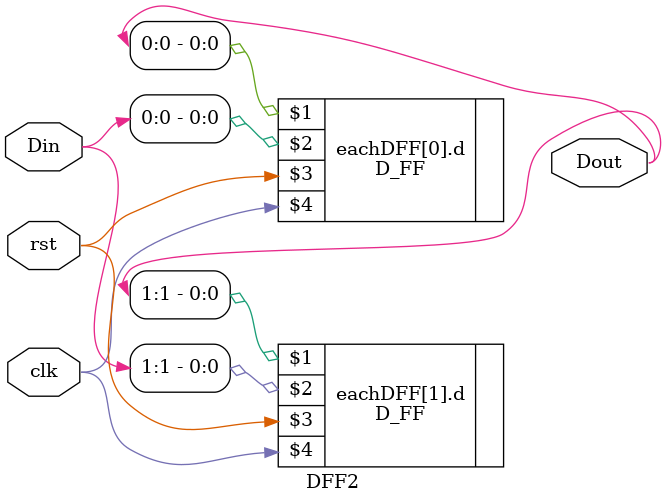
<source format=sv>
module DFF2 (Din, clk, rst, Dout);
	input [1:0] Din;
	input clk, rst;
	output [1:0] Dout;
	
	genvar i;
	generate
		for (i=0; i<2; i++)begin : eachDFF
			D_FF d (Dout[i], Din[i], rst, clk);
		end
	endgenerate
endmodule 
</source>
